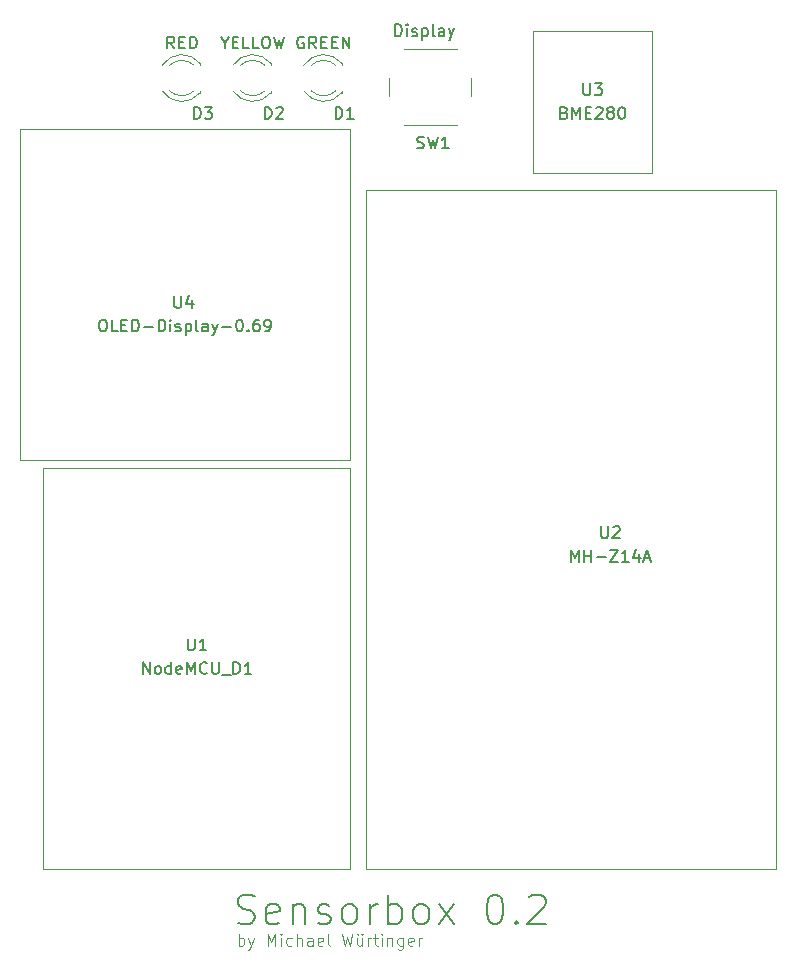
<source format=gbr>
G04 #@! TF.GenerationSoftware,KiCad,Pcbnew,5.1.6+dfsg1-1*
G04 #@! TF.CreationDate,2020-12-01T22:33:45+01:00*
G04 #@! TF.ProjectId,sensorbox,73656e73-6f72-4626-9f78-2e6b69636164,rev?*
G04 #@! TF.SameCoordinates,Original*
G04 #@! TF.FileFunction,Legend,Top*
G04 #@! TF.FilePolarity,Positive*
%FSLAX46Y46*%
G04 Gerber Fmt 4.6, Leading zero omitted, Abs format (unit mm)*
G04 Created by KiCad (PCBNEW 5.1.6+dfsg1-1) date 2020-12-01 22:33:45*
%MOMM*%
%LPD*%
G01*
G04 APERTURE LIST*
%ADD10C,0.050000*%
%ADD11C,0.200000*%
%ADD12C,0.120000*%
%ADD13C,0.150000*%
G04 APERTURE END LIST*
D10*
X19559523Y-78452380D02*
X19559523Y-77452380D01*
X19559523Y-77833333D02*
X19654761Y-77785714D01*
X19845238Y-77785714D01*
X19940476Y-77833333D01*
X19988095Y-77880952D01*
X20035714Y-77976190D01*
X20035714Y-78261904D01*
X19988095Y-78357142D01*
X19940476Y-78404761D01*
X19845238Y-78452380D01*
X19654761Y-78452380D01*
X19559523Y-78404761D01*
X20369047Y-77785714D02*
X20607142Y-78452380D01*
X20845238Y-77785714D02*
X20607142Y-78452380D01*
X20511904Y-78690476D01*
X20464285Y-78738095D01*
X20369047Y-78785714D01*
X21988095Y-78452380D02*
X21988095Y-77452380D01*
X22321428Y-78166666D01*
X22654761Y-77452380D01*
X22654761Y-78452380D01*
X23130952Y-78452380D02*
X23130952Y-77785714D01*
X23130952Y-77452380D02*
X23083333Y-77500000D01*
X23130952Y-77547619D01*
X23178571Y-77500000D01*
X23130952Y-77452380D01*
X23130952Y-77547619D01*
X24035714Y-78404761D02*
X23940476Y-78452380D01*
X23750000Y-78452380D01*
X23654761Y-78404761D01*
X23607142Y-78357142D01*
X23559523Y-78261904D01*
X23559523Y-77976190D01*
X23607142Y-77880952D01*
X23654761Y-77833333D01*
X23750000Y-77785714D01*
X23940476Y-77785714D01*
X24035714Y-77833333D01*
X24464285Y-78452380D02*
X24464285Y-77452380D01*
X24892857Y-78452380D02*
X24892857Y-77928571D01*
X24845238Y-77833333D01*
X24750000Y-77785714D01*
X24607142Y-77785714D01*
X24511904Y-77833333D01*
X24464285Y-77880952D01*
X25797619Y-78452380D02*
X25797619Y-77928571D01*
X25750000Y-77833333D01*
X25654761Y-77785714D01*
X25464285Y-77785714D01*
X25369047Y-77833333D01*
X25797619Y-78404761D02*
X25702380Y-78452380D01*
X25464285Y-78452380D01*
X25369047Y-78404761D01*
X25321428Y-78309523D01*
X25321428Y-78214285D01*
X25369047Y-78119047D01*
X25464285Y-78071428D01*
X25702380Y-78071428D01*
X25797619Y-78023809D01*
X26654761Y-78404761D02*
X26559523Y-78452380D01*
X26369047Y-78452380D01*
X26273809Y-78404761D01*
X26226190Y-78309523D01*
X26226190Y-77928571D01*
X26273809Y-77833333D01*
X26369047Y-77785714D01*
X26559523Y-77785714D01*
X26654761Y-77833333D01*
X26702380Y-77928571D01*
X26702380Y-78023809D01*
X26226190Y-78119047D01*
X27273809Y-78452380D02*
X27178571Y-78404761D01*
X27130952Y-78309523D01*
X27130952Y-77452380D01*
X28321428Y-77452380D02*
X28559523Y-78452380D01*
X28750000Y-77738095D01*
X28940476Y-78452380D01*
X29178571Y-77452380D01*
X29988095Y-77785714D02*
X29988095Y-78452380D01*
X29559523Y-77785714D02*
X29559523Y-78309523D01*
X29607142Y-78404761D01*
X29702380Y-78452380D01*
X29845238Y-78452380D01*
X29940476Y-78404761D01*
X29988095Y-78357142D01*
X29607142Y-77452380D02*
X29654761Y-77500000D01*
X29607142Y-77547619D01*
X29559523Y-77500000D01*
X29607142Y-77452380D01*
X29607142Y-77547619D01*
X29988095Y-77452380D02*
X30035714Y-77500000D01*
X29988095Y-77547619D01*
X29940476Y-77500000D01*
X29988095Y-77452380D01*
X29988095Y-77547619D01*
X30464285Y-78452380D02*
X30464285Y-77785714D01*
X30464285Y-77976190D02*
X30511904Y-77880952D01*
X30559523Y-77833333D01*
X30654761Y-77785714D01*
X30750000Y-77785714D01*
X30940476Y-77785714D02*
X31321428Y-77785714D01*
X31083333Y-77452380D02*
X31083333Y-78309523D01*
X31130952Y-78404761D01*
X31226190Y-78452380D01*
X31321428Y-78452380D01*
X31654761Y-78452380D02*
X31654761Y-77785714D01*
X31654761Y-77452380D02*
X31607142Y-77500000D01*
X31654761Y-77547619D01*
X31702380Y-77500000D01*
X31654761Y-77452380D01*
X31654761Y-77547619D01*
X32130952Y-77785714D02*
X32130952Y-78452380D01*
X32130952Y-77880952D02*
X32178571Y-77833333D01*
X32273809Y-77785714D01*
X32416666Y-77785714D01*
X32511904Y-77833333D01*
X32559523Y-77928571D01*
X32559523Y-78452380D01*
X33464285Y-77785714D02*
X33464285Y-78595238D01*
X33416666Y-78690476D01*
X33369047Y-78738095D01*
X33273809Y-78785714D01*
X33130952Y-78785714D01*
X33035714Y-78738095D01*
X33464285Y-78404761D02*
X33369047Y-78452380D01*
X33178571Y-78452380D01*
X33083333Y-78404761D01*
X33035714Y-78357142D01*
X32988095Y-78261904D01*
X32988095Y-77976190D01*
X33035714Y-77880952D01*
X33083333Y-77833333D01*
X33178571Y-77785714D01*
X33369047Y-77785714D01*
X33464285Y-77833333D01*
X34321428Y-78404761D02*
X34226190Y-78452380D01*
X34035714Y-78452380D01*
X33940476Y-78404761D01*
X33892857Y-78309523D01*
X33892857Y-77928571D01*
X33940476Y-77833333D01*
X34035714Y-77785714D01*
X34226190Y-77785714D01*
X34321428Y-77833333D01*
X34369047Y-77928571D01*
X34369047Y-78023809D01*
X33892857Y-78119047D01*
X34797619Y-78452380D02*
X34797619Y-77785714D01*
X34797619Y-77976190D02*
X34845238Y-77880952D01*
X34892857Y-77833333D01*
X34988095Y-77785714D01*
X35083333Y-77785714D01*
D11*
X19464285Y-76511904D02*
X19821428Y-76630952D01*
X20416666Y-76630952D01*
X20654761Y-76511904D01*
X20773809Y-76392857D01*
X20892857Y-76154761D01*
X20892857Y-75916666D01*
X20773809Y-75678571D01*
X20654761Y-75559523D01*
X20416666Y-75440476D01*
X19940476Y-75321428D01*
X19702380Y-75202380D01*
X19583333Y-75083333D01*
X19464285Y-74845238D01*
X19464285Y-74607142D01*
X19583333Y-74369047D01*
X19702380Y-74250000D01*
X19940476Y-74130952D01*
X20535714Y-74130952D01*
X20892857Y-74250000D01*
X22916666Y-76511904D02*
X22678571Y-76630952D01*
X22202380Y-76630952D01*
X21964285Y-76511904D01*
X21845238Y-76273809D01*
X21845238Y-75321428D01*
X21964285Y-75083333D01*
X22202380Y-74964285D01*
X22678571Y-74964285D01*
X22916666Y-75083333D01*
X23035714Y-75321428D01*
X23035714Y-75559523D01*
X21845238Y-75797619D01*
X24107142Y-74964285D02*
X24107142Y-76630952D01*
X24107142Y-75202380D02*
X24226190Y-75083333D01*
X24464285Y-74964285D01*
X24821428Y-74964285D01*
X25059523Y-75083333D01*
X25178571Y-75321428D01*
X25178571Y-76630952D01*
X26250000Y-76511904D02*
X26488095Y-76630952D01*
X26964285Y-76630952D01*
X27202380Y-76511904D01*
X27321428Y-76273809D01*
X27321428Y-76154761D01*
X27202380Y-75916666D01*
X26964285Y-75797619D01*
X26607142Y-75797619D01*
X26369047Y-75678571D01*
X26250000Y-75440476D01*
X26250000Y-75321428D01*
X26369047Y-75083333D01*
X26607142Y-74964285D01*
X26964285Y-74964285D01*
X27202380Y-75083333D01*
X28750000Y-76630952D02*
X28511904Y-76511904D01*
X28392857Y-76392857D01*
X28273809Y-76154761D01*
X28273809Y-75440476D01*
X28392857Y-75202380D01*
X28511904Y-75083333D01*
X28750000Y-74964285D01*
X29107142Y-74964285D01*
X29345238Y-75083333D01*
X29464285Y-75202380D01*
X29583333Y-75440476D01*
X29583333Y-76154761D01*
X29464285Y-76392857D01*
X29345238Y-76511904D01*
X29107142Y-76630952D01*
X28750000Y-76630952D01*
X30654761Y-76630952D02*
X30654761Y-74964285D01*
X30654761Y-75440476D02*
X30773809Y-75202380D01*
X30892857Y-75083333D01*
X31130952Y-74964285D01*
X31369047Y-74964285D01*
X32202380Y-76630952D02*
X32202380Y-74130952D01*
X32202380Y-75083333D02*
X32440476Y-74964285D01*
X32916666Y-74964285D01*
X33154761Y-75083333D01*
X33273809Y-75202380D01*
X33392857Y-75440476D01*
X33392857Y-76154761D01*
X33273809Y-76392857D01*
X33154761Y-76511904D01*
X32916666Y-76630952D01*
X32440476Y-76630952D01*
X32202380Y-76511904D01*
X34821428Y-76630952D02*
X34583333Y-76511904D01*
X34464285Y-76392857D01*
X34345238Y-76154761D01*
X34345238Y-75440476D01*
X34464285Y-75202380D01*
X34583333Y-75083333D01*
X34821428Y-74964285D01*
X35178571Y-74964285D01*
X35416666Y-75083333D01*
X35535714Y-75202380D01*
X35654761Y-75440476D01*
X35654761Y-76154761D01*
X35535714Y-76392857D01*
X35416666Y-76511904D01*
X35178571Y-76630952D01*
X34821428Y-76630952D01*
X36488095Y-76630952D02*
X37797619Y-74964285D01*
X36488095Y-74964285D02*
X37797619Y-76630952D01*
X41130952Y-74130952D02*
X41369047Y-74130952D01*
X41607142Y-74250000D01*
X41726190Y-74369047D01*
X41845238Y-74607142D01*
X41964285Y-75083333D01*
X41964285Y-75678571D01*
X41845238Y-76154761D01*
X41726190Y-76392857D01*
X41607142Y-76511904D01*
X41369047Y-76630952D01*
X41130952Y-76630952D01*
X40892857Y-76511904D01*
X40773809Y-76392857D01*
X40654761Y-76154761D01*
X40535714Y-75678571D01*
X40535714Y-75083333D01*
X40654761Y-74607142D01*
X40773809Y-74369047D01*
X40892857Y-74250000D01*
X41130952Y-74130952D01*
X43035714Y-76392857D02*
X43154761Y-76511904D01*
X43035714Y-76630952D01*
X42916666Y-76511904D01*
X43035714Y-76392857D01*
X43035714Y-76630952D01*
X44107142Y-74369047D02*
X44226190Y-74250000D01*
X44464285Y-74130952D01*
X45059523Y-74130952D01*
X45297619Y-74250000D01*
X45416666Y-74369047D01*
X45535714Y-74607142D01*
X45535714Y-74845238D01*
X45416666Y-75202380D01*
X43988095Y-76630952D01*
X45535714Y-76630952D01*
D12*
X65000000Y-14500000D02*
X65000000Y-72000000D01*
X30300000Y-14500000D02*
X30300000Y-72000000D01*
X65000000Y-14500000D02*
X30300000Y-14500000D01*
X30300000Y-72000000D02*
X65000000Y-72000000D01*
X29000000Y-37319999D02*
X1000000Y-37319999D01*
X1000000Y-37319999D02*
X1000000Y-9319999D01*
X1000000Y-9319999D02*
X29000000Y-9319999D01*
X29000000Y-9319999D02*
X29000000Y-37319999D01*
X29000000Y-9319999D02*
X29000000Y-37319999D01*
X29000000Y-37319999D02*
X1000000Y-37319999D01*
X1000000Y-37319999D02*
X1000000Y-9319999D01*
X1000000Y-9319999D02*
X29000000Y-9319999D01*
X54500000Y-1000000D02*
X54500000Y-13000000D01*
X44500000Y-1000000D02*
X54500000Y-1000000D01*
X44500000Y-13000000D02*
X44500000Y-1000000D01*
X54500000Y-13000000D02*
X44500000Y-13000000D01*
X3000000Y-72000000D02*
X3000000Y-38000000D01*
X3000000Y-38000000D02*
X29000000Y-38000000D01*
X29000000Y-38000000D02*
X29000000Y-72000000D01*
X29000000Y-72000000D02*
X3000000Y-72000000D01*
X16290000Y-3920000D02*
X16290000Y-3764000D01*
X16290000Y-6236000D02*
X16290000Y-6080000D01*
X13688870Y-3920163D02*
G75*
G02*
X15770961Y-3920000I1041130J-1079837D01*
G01*
X13688870Y-6079837D02*
G75*
G03*
X15770961Y-6080000I1041130J1079837D01*
G01*
X13057665Y-3921392D02*
G75*
G02*
X16290000Y-3764484I1672335J-1078608D01*
G01*
X13057665Y-6078608D02*
G75*
G03*
X16290000Y-6235516I1672335J1078608D01*
G01*
X22290000Y-3920000D02*
X22290000Y-3764000D01*
X22290000Y-6236000D02*
X22290000Y-6080000D01*
X19688870Y-3920163D02*
G75*
G02*
X21770961Y-3920000I1041130J-1079837D01*
G01*
X19688870Y-6079837D02*
G75*
G03*
X21770961Y-6080000I1041130J1079837D01*
G01*
X19057665Y-3921392D02*
G75*
G02*
X22290000Y-3764484I1672335J-1078608D01*
G01*
X19057665Y-6078608D02*
G75*
G03*
X22290000Y-6235516I1672335J1078608D01*
G01*
X28290000Y-3920000D02*
X28290000Y-3764000D01*
X28290000Y-6236000D02*
X28290000Y-6080000D01*
X25688870Y-3920163D02*
G75*
G02*
X27770961Y-3920000I1041130J-1079837D01*
G01*
X25688870Y-6079837D02*
G75*
G03*
X27770961Y-6080000I1041130J1079837D01*
G01*
X25057665Y-3921392D02*
G75*
G02*
X28290000Y-3764484I1672335J-1078608D01*
G01*
X25057665Y-6078608D02*
G75*
G03*
X28290000Y-6235516I1672335J1078608D01*
G01*
X32250000Y-5000000D02*
X32250000Y-6500000D01*
X33500000Y-9000000D02*
X38000000Y-9000000D01*
X39250000Y-6500000D02*
X39250000Y-5000000D01*
X38000000Y-2500000D02*
X33500000Y-2500000D01*
D13*
X50238095Y-42952380D02*
X50238095Y-43761904D01*
X50285714Y-43857142D01*
X50333333Y-43904761D01*
X50428571Y-43952380D01*
X50619047Y-43952380D01*
X50714285Y-43904761D01*
X50761904Y-43857142D01*
X50809523Y-43761904D01*
X50809523Y-42952380D01*
X51238095Y-43047619D02*
X51285714Y-43000000D01*
X51380952Y-42952380D01*
X51619047Y-42952380D01*
X51714285Y-43000000D01*
X51761904Y-43047619D01*
X51809523Y-43142857D01*
X51809523Y-43238095D01*
X51761904Y-43380952D01*
X51190476Y-43952380D01*
X51809523Y-43952380D01*
X47666666Y-45952380D02*
X47666666Y-44952380D01*
X48000000Y-45666666D01*
X48333333Y-44952380D01*
X48333333Y-45952380D01*
X48809523Y-45952380D02*
X48809523Y-44952380D01*
X48809523Y-45428571D02*
X49380952Y-45428571D01*
X49380952Y-45952380D02*
X49380952Y-44952380D01*
X49857142Y-45571428D02*
X50619047Y-45571428D01*
X51000000Y-44952380D02*
X51666666Y-44952380D01*
X51000000Y-45952380D01*
X51666666Y-45952380D01*
X52571428Y-45952380D02*
X52000000Y-45952380D01*
X52285714Y-45952380D02*
X52285714Y-44952380D01*
X52190476Y-45095238D01*
X52095238Y-45190476D01*
X52000000Y-45238095D01*
X53428571Y-45285714D02*
X53428571Y-45952380D01*
X53190476Y-44904761D02*
X52952380Y-45619047D01*
X53571428Y-45619047D01*
X53904761Y-45666666D02*
X54380952Y-45666666D01*
X53809523Y-45952380D02*
X54142857Y-44952380D01*
X54476190Y-45952380D01*
X7952380Y-25452380D02*
X8142857Y-25452380D01*
X8238095Y-25500000D01*
X8333333Y-25595238D01*
X8380952Y-25785714D01*
X8380952Y-26119047D01*
X8333333Y-26309523D01*
X8238095Y-26404761D01*
X8142857Y-26452380D01*
X7952380Y-26452380D01*
X7857142Y-26404761D01*
X7761904Y-26309523D01*
X7714285Y-26119047D01*
X7714285Y-25785714D01*
X7761904Y-25595238D01*
X7857142Y-25500000D01*
X7952380Y-25452380D01*
X9285714Y-26452380D02*
X8809523Y-26452380D01*
X8809523Y-25452380D01*
X9619047Y-25928571D02*
X9952380Y-25928571D01*
X10095238Y-26452380D02*
X9619047Y-26452380D01*
X9619047Y-25452380D01*
X10095238Y-25452380D01*
X10523809Y-26452380D02*
X10523809Y-25452380D01*
X10761904Y-25452380D01*
X10904761Y-25500000D01*
X11000000Y-25595238D01*
X11047619Y-25690476D01*
X11095238Y-25880952D01*
X11095238Y-26023809D01*
X11047619Y-26214285D01*
X11000000Y-26309523D01*
X10904761Y-26404761D01*
X10761904Y-26452380D01*
X10523809Y-26452380D01*
X11523809Y-26071428D02*
X12285714Y-26071428D01*
X12761904Y-26452380D02*
X12761904Y-25452380D01*
X13000000Y-25452380D01*
X13142857Y-25500000D01*
X13238095Y-25595238D01*
X13285714Y-25690476D01*
X13333333Y-25880952D01*
X13333333Y-26023809D01*
X13285714Y-26214285D01*
X13238095Y-26309523D01*
X13142857Y-26404761D01*
X13000000Y-26452380D01*
X12761904Y-26452380D01*
X13761904Y-26452380D02*
X13761904Y-25785714D01*
X13761904Y-25452380D02*
X13714285Y-25500000D01*
X13761904Y-25547619D01*
X13809523Y-25500000D01*
X13761904Y-25452380D01*
X13761904Y-25547619D01*
X14190476Y-26404761D02*
X14285714Y-26452380D01*
X14476190Y-26452380D01*
X14571428Y-26404761D01*
X14619047Y-26309523D01*
X14619047Y-26261904D01*
X14571428Y-26166666D01*
X14476190Y-26119047D01*
X14333333Y-26119047D01*
X14238095Y-26071428D01*
X14190476Y-25976190D01*
X14190476Y-25928571D01*
X14238095Y-25833333D01*
X14333333Y-25785714D01*
X14476190Y-25785714D01*
X14571428Y-25833333D01*
X15047619Y-25785714D02*
X15047619Y-26785714D01*
X15047619Y-25833333D02*
X15142857Y-25785714D01*
X15333333Y-25785714D01*
X15428571Y-25833333D01*
X15476190Y-25880952D01*
X15523809Y-25976190D01*
X15523809Y-26261904D01*
X15476190Y-26357142D01*
X15428571Y-26404761D01*
X15333333Y-26452380D01*
X15142857Y-26452380D01*
X15047619Y-26404761D01*
X16095238Y-26452380D02*
X16000000Y-26404761D01*
X15952380Y-26309523D01*
X15952380Y-25452380D01*
X16904761Y-26452380D02*
X16904761Y-25928571D01*
X16857142Y-25833333D01*
X16761904Y-25785714D01*
X16571428Y-25785714D01*
X16476190Y-25833333D01*
X16904761Y-26404761D02*
X16809523Y-26452380D01*
X16571428Y-26452380D01*
X16476190Y-26404761D01*
X16428571Y-26309523D01*
X16428571Y-26214285D01*
X16476190Y-26119047D01*
X16571428Y-26071428D01*
X16809523Y-26071428D01*
X16904761Y-26023809D01*
X17285714Y-25785714D02*
X17523809Y-26452380D01*
X17761904Y-25785714D02*
X17523809Y-26452380D01*
X17428571Y-26690476D01*
X17380952Y-26738095D01*
X17285714Y-26785714D01*
X18142857Y-26071428D02*
X18904761Y-26071428D01*
X19571428Y-25452380D02*
X19666666Y-25452380D01*
X19761904Y-25500000D01*
X19809523Y-25547619D01*
X19857142Y-25642857D01*
X19904761Y-25833333D01*
X19904761Y-26071428D01*
X19857142Y-26261904D01*
X19809523Y-26357142D01*
X19761904Y-26404761D01*
X19666666Y-26452380D01*
X19571428Y-26452380D01*
X19476190Y-26404761D01*
X19428571Y-26357142D01*
X19380952Y-26261904D01*
X19333333Y-26071428D01*
X19333333Y-25833333D01*
X19380952Y-25642857D01*
X19428571Y-25547619D01*
X19476190Y-25500000D01*
X19571428Y-25452380D01*
X20333333Y-26357142D02*
X20380952Y-26404761D01*
X20333333Y-26452380D01*
X20285714Y-26404761D01*
X20333333Y-26357142D01*
X20333333Y-26452380D01*
X21238095Y-25452380D02*
X21047619Y-25452380D01*
X20952380Y-25500000D01*
X20904761Y-25547619D01*
X20809523Y-25690476D01*
X20761904Y-25880952D01*
X20761904Y-26261904D01*
X20809523Y-26357142D01*
X20857142Y-26404761D01*
X20952380Y-26452380D01*
X21142857Y-26452380D01*
X21238095Y-26404761D01*
X21285714Y-26357142D01*
X21333333Y-26261904D01*
X21333333Y-26023809D01*
X21285714Y-25928571D01*
X21238095Y-25880952D01*
X21142857Y-25833333D01*
X20952380Y-25833333D01*
X20857142Y-25880952D01*
X20809523Y-25928571D01*
X20761904Y-26023809D01*
X21809523Y-26452380D02*
X22000000Y-26452380D01*
X22095238Y-26404761D01*
X22142857Y-26357142D01*
X22238095Y-26214285D01*
X22285714Y-26023809D01*
X22285714Y-25642857D01*
X22238095Y-25547619D01*
X22190476Y-25500000D01*
X22095238Y-25452380D01*
X21904761Y-25452380D01*
X21809523Y-25500000D01*
X21761904Y-25547619D01*
X21714285Y-25642857D01*
X21714285Y-25880952D01*
X21761904Y-25976190D01*
X21809523Y-26023809D01*
X21904761Y-26071428D01*
X22095238Y-26071428D01*
X22190476Y-26023809D01*
X22238095Y-25976190D01*
X22285714Y-25880952D01*
X14108096Y-23452380D02*
X14108096Y-24261904D01*
X14155715Y-24357142D01*
X14203334Y-24404761D01*
X14298572Y-24452380D01*
X14489048Y-24452380D01*
X14584286Y-24404761D01*
X14631905Y-24357142D01*
X14679524Y-24261904D01*
X14679524Y-23452380D01*
X15584286Y-23785714D02*
X15584286Y-24452380D01*
X15346191Y-23404761D02*
X15108096Y-24119047D01*
X15727143Y-24119047D01*
X48738095Y-5452380D02*
X48738095Y-6261904D01*
X48785714Y-6357142D01*
X48833333Y-6404761D01*
X48928571Y-6452380D01*
X49119047Y-6452380D01*
X49214285Y-6404761D01*
X49261904Y-6357142D01*
X49309523Y-6261904D01*
X49309523Y-5452380D01*
X49690476Y-5452380D02*
X50309523Y-5452380D01*
X49976190Y-5833333D01*
X50119047Y-5833333D01*
X50214285Y-5880952D01*
X50261904Y-5928571D01*
X50309523Y-6023809D01*
X50309523Y-6261904D01*
X50261904Y-6357142D01*
X50214285Y-6404761D01*
X50119047Y-6452380D01*
X49833333Y-6452380D01*
X49738095Y-6404761D01*
X49690476Y-6357142D01*
X47119047Y-7928571D02*
X47261904Y-7976190D01*
X47309523Y-8023809D01*
X47357142Y-8119047D01*
X47357142Y-8261904D01*
X47309523Y-8357142D01*
X47261904Y-8404761D01*
X47166666Y-8452380D01*
X46785714Y-8452380D01*
X46785714Y-7452380D01*
X47119047Y-7452380D01*
X47214285Y-7500000D01*
X47261904Y-7547619D01*
X47309523Y-7642857D01*
X47309523Y-7738095D01*
X47261904Y-7833333D01*
X47214285Y-7880952D01*
X47119047Y-7928571D01*
X46785714Y-7928571D01*
X47785714Y-8452380D02*
X47785714Y-7452380D01*
X48119047Y-8166666D01*
X48452380Y-7452380D01*
X48452380Y-8452380D01*
X48928571Y-7928571D02*
X49261904Y-7928571D01*
X49404761Y-8452380D02*
X48928571Y-8452380D01*
X48928571Y-7452380D01*
X49404761Y-7452380D01*
X49785714Y-7547619D02*
X49833333Y-7500000D01*
X49928571Y-7452380D01*
X50166666Y-7452380D01*
X50261904Y-7500000D01*
X50309523Y-7547619D01*
X50357142Y-7642857D01*
X50357142Y-7738095D01*
X50309523Y-7880952D01*
X49738095Y-8452380D01*
X50357142Y-8452380D01*
X50928571Y-7880952D02*
X50833333Y-7833333D01*
X50785714Y-7785714D01*
X50738095Y-7690476D01*
X50738095Y-7642857D01*
X50785714Y-7547619D01*
X50833333Y-7500000D01*
X50928571Y-7452380D01*
X51119047Y-7452380D01*
X51214285Y-7500000D01*
X51261904Y-7547619D01*
X51309523Y-7642857D01*
X51309523Y-7690476D01*
X51261904Y-7785714D01*
X51214285Y-7833333D01*
X51119047Y-7880952D01*
X50928571Y-7880952D01*
X50833333Y-7928571D01*
X50785714Y-7976190D01*
X50738095Y-8071428D01*
X50738095Y-8261904D01*
X50785714Y-8357142D01*
X50833333Y-8404761D01*
X50928571Y-8452380D01*
X51119047Y-8452380D01*
X51214285Y-8404761D01*
X51261904Y-8357142D01*
X51309523Y-8261904D01*
X51309523Y-8071428D01*
X51261904Y-7976190D01*
X51214285Y-7928571D01*
X51119047Y-7880952D01*
X51928571Y-7452380D02*
X52023809Y-7452380D01*
X52119047Y-7500000D01*
X52166666Y-7547619D01*
X52214285Y-7642857D01*
X52261904Y-7833333D01*
X52261904Y-8071428D01*
X52214285Y-8261904D01*
X52166666Y-8357142D01*
X52119047Y-8404761D01*
X52023809Y-8452380D01*
X51928571Y-8452380D01*
X51833333Y-8404761D01*
X51785714Y-8357142D01*
X51738095Y-8261904D01*
X51690476Y-8071428D01*
X51690476Y-7833333D01*
X51738095Y-7642857D01*
X51785714Y-7547619D01*
X51833333Y-7500000D01*
X51928571Y-7452380D01*
X15238095Y-52452380D02*
X15238095Y-53261904D01*
X15285714Y-53357142D01*
X15333333Y-53404761D01*
X15428571Y-53452380D01*
X15619047Y-53452380D01*
X15714285Y-53404761D01*
X15761904Y-53357142D01*
X15809523Y-53261904D01*
X15809523Y-52452380D01*
X16809523Y-53452380D02*
X16238095Y-53452380D01*
X16523809Y-53452380D02*
X16523809Y-52452380D01*
X16428571Y-52595238D01*
X16333333Y-52690476D01*
X16238095Y-52738095D01*
X11428571Y-55452380D02*
X11428571Y-54452380D01*
X12000000Y-55452380D01*
X12000000Y-54452380D01*
X12619047Y-55452380D02*
X12523809Y-55404761D01*
X12476190Y-55357142D01*
X12428571Y-55261904D01*
X12428571Y-54976190D01*
X12476190Y-54880952D01*
X12523809Y-54833333D01*
X12619047Y-54785714D01*
X12761904Y-54785714D01*
X12857142Y-54833333D01*
X12904761Y-54880952D01*
X12952380Y-54976190D01*
X12952380Y-55261904D01*
X12904761Y-55357142D01*
X12857142Y-55404761D01*
X12761904Y-55452380D01*
X12619047Y-55452380D01*
X13809523Y-55452380D02*
X13809523Y-54452380D01*
X13809523Y-55404761D02*
X13714285Y-55452380D01*
X13523809Y-55452380D01*
X13428571Y-55404761D01*
X13380952Y-55357142D01*
X13333333Y-55261904D01*
X13333333Y-54976190D01*
X13380952Y-54880952D01*
X13428571Y-54833333D01*
X13523809Y-54785714D01*
X13714285Y-54785714D01*
X13809523Y-54833333D01*
X14666666Y-55404761D02*
X14571428Y-55452380D01*
X14380952Y-55452380D01*
X14285714Y-55404761D01*
X14238095Y-55309523D01*
X14238095Y-54928571D01*
X14285714Y-54833333D01*
X14380952Y-54785714D01*
X14571428Y-54785714D01*
X14666666Y-54833333D01*
X14714285Y-54928571D01*
X14714285Y-55023809D01*
X14238095Y-55119047D01*
X15142857Y-55452380D02*
X15142857Y-54452380D01*
X15476190Y-55166666D01*
X15809523Y-54452380D01*
X15809523Y-55452380D01*
X16857142Y-55357142D02*
X16809523Y-55404761D01*
X16666666Y-55452380D01*
X16571428Y-55452380D01*
X16428571Y-55404761D01*
X16333333Y-55309523D01*
X16285714Y-55214285D01*
X16238095Y-55023809D01*
X16238095Y-54880952D01*
X16285714Y-54690476D01*
X16333333Y-54595238D01*
X16428571Y-54500000D01*
X16571428Y-54452380D01*
X16666666Y-54452380D01*
X16809523Y-54500000D01*
X16857142Y-54547619D01*
X17285714Y-54452380D02*
X17285714Y-55261904D01*
X17333333Y-55357142D01*
X17380952Y-55404761D01*
X17476190Y-55452380D01*
X17666666Y-55452380D01*
X17761904Y-55404761D01*
X17809523Y-55357142D01*
X17857142Y-55261904D01*
X17857142Y-54452380D01*
X18095238Y-55547619D02*
X18857142Y-55547619D01*
X19095238Y-55452380D02*
X19095238Y-54452380D01*
X19333333Y-54452380D01*
X19476190Y-54500000D01*
X19571428Y-54595238D01*
X19619047Y-54690476D01*
X19666666Y-54880952D01*
X19666666Y-55023809D01*
X19619047Y-55214285D01*
X19571428Y-55309523D01*
X19476190Y-55404761D01*
X19333333Y-55452380D01*
X19095238Y-55452380D01*
X20619047Y-55452380D02*
X20047619Y-55452380D01*
X20333333Y-55452380D02*
X20333333Y-54452380D01*
X20238095Y-54595238D01*
X20142857Y-54690476D01*
X20047619Y-54738095D01*
X15761904Y-8452380D02*
X15761904Y-7452380D01*
X16000000Y-7452380D01*
X16142857Y-7500000D01*
X16238095Y-7595238D01*
X16285714Y-7690476D01*
X16333333Y-7880952D01*
X16333333Y-8023809D01*
X16285714Y-8214285D01*
X16238095Y-8309523D01*
X16142857Y-8404761D01*
X16000000Y-8452380D01*
X15761904Y-8452380D01*
X16666666Y-7452380D02*
X17285714Y-7452380D01*
X16952380Y-7833333D01*
X17095238Y-7833333D01*
X17190476Y-7880952D01*
X17238095Y-7928571D01*
X17285714Y-8023809D01*
X17285714Y-8261904D01*
X17238095Y-8357142D01*
X17190476Y-8404761D01*
X17095238Y-8452380D01*
X16809523Y-8452380D01*
X16714285Y-8404761D01*
X16666666Y-8357142D01*
X14087142Y-2492380D02*
X13753809Y-2016190D01*
X13515714Y-2492380D02*
X13515714Y-1492380D01*
X13896666Y-1492380D01*
X13991904Y-1540000D01*
X14039523Y-1587619D01*
X14087142Y-1682857D01*
X14087142Y-1825714D01*
X14039523Y-1920952D01*
X13991904Y-1968571D01*
X13896666Y-2016190D01*
X13515714Y-2016190D01*
X14515714Y-1968571D02*
X14849047Y-1968571D01*
X14991904Y-2492380D02*
X14515714Y-2492380D01*
X14515714Y-1492380D01*
X14991904Y-1492380D01*
X15420476Y-2492380D02*
X15420476Y-1492380D01*
X15658571Y-1492380D01*
X15801428Y-1540000D01*
X15896666Y-1635238D01*
X15944285Y-1730476D01*
X15991904Y-1920952D01*
X15991904Y-2063809D01*
X15944285Y-2254285D01*
X15896666Y-2349523D01*
X15801428Y-2444761D01*
X15658571Y-2492380D01*
X15420476Y-2492380D01*
X21761904Y-8452380D02*
X21761904Y-7452380D01*
X22000000Y-7452380D01*
X22142857Y-7500000D01*
X22238095Y-7595238D01*
X22285714Y-7690476D01*
X22333333Y-7880952D01*
X22333333Y-8023809D01*
X22285714Y-8214285D01*
X22238095Y-8309523D01*
X22142857Y-8404761D01*
X22000000Y-8452380D01*
X21761904Y-8452380D01*
X22714285Y-7547619D02*
X22761904Y-7500000D01*
X22857142Y-7452380D01*
X23095238Y-7452380D01*
X23190476Y-7500000D01*
X23238095Y-7547619D01*
X23285714Y-7642857D01*
X23285714Y-7738095D01*
X23238095Y-7880952D01*
X22666666Y-8452380D01*
X23285714Y-8452380D01*
X18372857Y-2016190D02*
X18372857Y-2492380D01*
X18039523Y-1492380D02*
X18372857Y-2016190D01*
X18706190Y-1492380D01*
X19039523Y-1968571D02*
X19372857Y-1968571D01*
X19515714Y-2492380D02*
X19039523Y-2492380D01*
X19039523Y-1492380D01*
X19515714Y-1492380D01*
X20420476Y-2492380D02*
X19944285Y-2492380D01*
X19944285Y-1492380D01*
X21230000Y-2492380D02*
X20753809Y-2492380D01*
X20753809Y-1492380D01*
X21753809Y-1492380D02*
X21944285Y-1492380D01*
X22039523Y-1540000D01*
X22134761Y-1635238D01*
X22182380Y-1825714D01*
X22182380Y-2159047D01*
X22134761Y-2349523D01*
X22039523Y-2444761D01*
X21944285Y-2492380D01*
X21753809Y-2492380D01*
X21658571Y-2444761D01*
X21563333Y-2349523D01*
X21515714Y-2159047D01*
X21515714Y-1825714D01*
X21563333Y-1635238D01*
X21658571Y-1540000D01*
X21753809Y-1492380D01*
X22515714Y-1492380D02*
X22753809Y-2492380D01*
X22944285Y-1778095D01*
X23134761Y-2492380D01*
X23372857Y-1492380D01*
X27761904Y-8452380D02*
X27761904Y-7452380D01*
X28000000Y-7452380D01*
X28142857Y-7500000D01*
X28238095Y-7595238D01*
X28285714Y-7690476D01*
X28333333Y-7880952D01*
X28333333Y-8023809D01*
X28285714Y-8214285D01*
X28238095Y-8309523D01*
X28142857Y-8404761D01*
X28000000Y-8452380D01*
X27761904Y-8452380D01*
X29285714Y-8452380D02*
X28714285Y-8452380D01*
X29000000Y-8452380D02*
X29000000Y-7452380D01*
X28904761Y-7595238D01*
X28809523Y-7690476D01*
X28714285Y-7738095D01*
X25063333Y-1540000D02*
X24968095Y-1492380D01*
X24825238Y-1492380D01*
X24682380Y-1540000D01*
X24587142Y-1635238D01*
X24539523Y-1730476D01*
X24491904Y-1920952D01*
X24491904Y-2063809D01*
X24539523Y-2254285D01*
X24587142Y-2349523D01*
X24682380Y-2444761D01*
X24825238Y-2492380D01*
X24920476Y-2492380D01*
X25063333Y-2444761D01*
X25110952Y-2397142D01*
X25110952Y-2063809D01*
X24920476Y-2063809D01*
X26110952Y-2492380D02*
X25777619Y-2016190D01*
X25539523Y-2492380D02*
X25539523Y-1492380D01*
X25920476Y-1492380D01*
X26015714Y-1540000D01*
X26063333Y-1587619D01*
X26110952Y-1682857D01*
X26110952Y-1825714D01*
X26063333Y-1920952D01*
X26015714Y-1968571D01*
X25920476Y-2016190D01*
X25539523Y-2016190D01*
X26539523Y-1968571D02*
X26872857Y-1968571D01*
X27015714Y-2492380D02*
X26539523Y-2492380D01*
X26539523Y-1492380D01*
X27015714Y-1492380D01*
X27444285Y-1968571D02*
X27777619Y-1968571D01*
X27920476Y-2492380D02*
X27444285Y-2492380D01*
X27444285Y-1492380D01*
X27920476Y-1492380D01*
X28349047Y-2492380D02*
X28349047Y-1492380D01*
X28920476Y-2492380D01*
X28920476Y-1492380D01*
X34666666Y-10904761D02*
X34809523Y-10952380D01*
X35047619Y-10952380D01*
X35142857Y-10904761D01*
X35190476Y-10857142D01*
X35238095Y-10761904D01*
X35238095Y-10666666D01*
X35190476Y-10571428D01*
X35142857Y-10523809D01*
X35047619Y-10476190D01*
X34857142Y-10428571D01*
X34761904Y-10380952D01*
X34714285Y-10333333D01*
X34666666Y-10238095D01*
X34666666Y-10142857D01*
X34714285Y-10047619D01*
X34761904Y-10000000D01*
X34857142Y-9952380D01*
X35095238Y-9952380D01*
X35238095Y-10000000D01*
X35571428Y-9952380D02*
X35809523Y-10952380D01*
X36000000Y-10238095D01*
X36190476Y-10952380D01*
X36428571Y-9952380D01*
X37333333Y-10952380D02*
X36761904Y-10952380D01*
X37047619Y-10952380D02*
X37047619Y-9952380D01*
X36952380Y-10095238D01*
X36857142Y-10190476D01*
X36761904Y-10238095D01*
X32797619Y-1452380D02*
X32797619Y-452380D01*
X33035714Y-452380D01*
X33178571Y-500000D01*
X33273809Y-595238D01*
X33321428Y-690476D01*
X33369047Y-880952D01*
X33369047Y-1023809D01*
X33321428Y-1214285D01*
X33273809Y-1309523D01*
X33178571Y-1404761D01*
X33035714Y-1452380D01*
X32797619Y-1452380D01*
X33797619Y-1452380D02*
X33797619Y-785714D01*
X33797619Y-452380D02*
X33750000Y-500000D01*
X33797619Y-547619D01*
X33845238Y-500000D01*
X33797619Y-452380D01*
X33797619Y-547619D01*
X34226190Y-1404761D02*
X34321428Y-1452380D01*
X34511904Y-1452380D01*
X34607142Y-1404761D01*
X34654761Y-1309523D01*
X34654761Y-1261904D01*
X34607142Y-1166666D01*
X34511904Y-1119047D01*
X34369047Y-1119047D01*
X34273809Y-1071428D01*
X34226190Y-976190D01*
X34226190Y-928571D01*
X34273809Y-833333D01*
X34369047Y-785714D01*
X34511904Y-785714D01*
X34607142Y-833333D01*
X35083333Y-785714D02*
X35083333Y-1785714D01*
X35083333Y-833333D02*
X35178571Y-785714D01*
X35369047Y-785714D01*
X35464285Y-833333D01*
X35511904Y-880952D01*
X35559523Y-976190D01*
X35559523Y-1261904D01*
X35511904Y-1357142D01*
X35464285Y-1404761D01*
X35369047Y-1452380D01*
X35178571Y-1452380D01*
X35083333Y-1404761D01*
X36130952Y-1452380D02*
X36035714Y-1404761D01*
X35988095Y-1309523D01*
X35988095Y-452380D01*
X36940476Y-1452380D02*
X36940476Y-928571D01*
X36892857Y-833333D01*
X36797619Y-785714D01*
X36607142Y-785714D01*
X36511904Y-833333D01*
X36940476Y-1404761D02*
X36845238Y-1452380D01*
X36607142Y-1452380D01*
X36511904Y-1404761D01*
X36464285Y-1309523D01*
X36464285Y-1214285D01*
X36511904Y-1119047D01*
X36607142Y-1071428D01*
X36845238Y-1071428D01*
X36940476Y-1023809D01*
X37321428Y-785714D02*
X37559523Y-1452380D01*
X37797619Y-785714D02*
X37559523Y-1452380D01*
X37464285Y-1690476D01*
X37416666Y-1738095D01*
X37321428Y-1785714D01*
M02*

</source>
